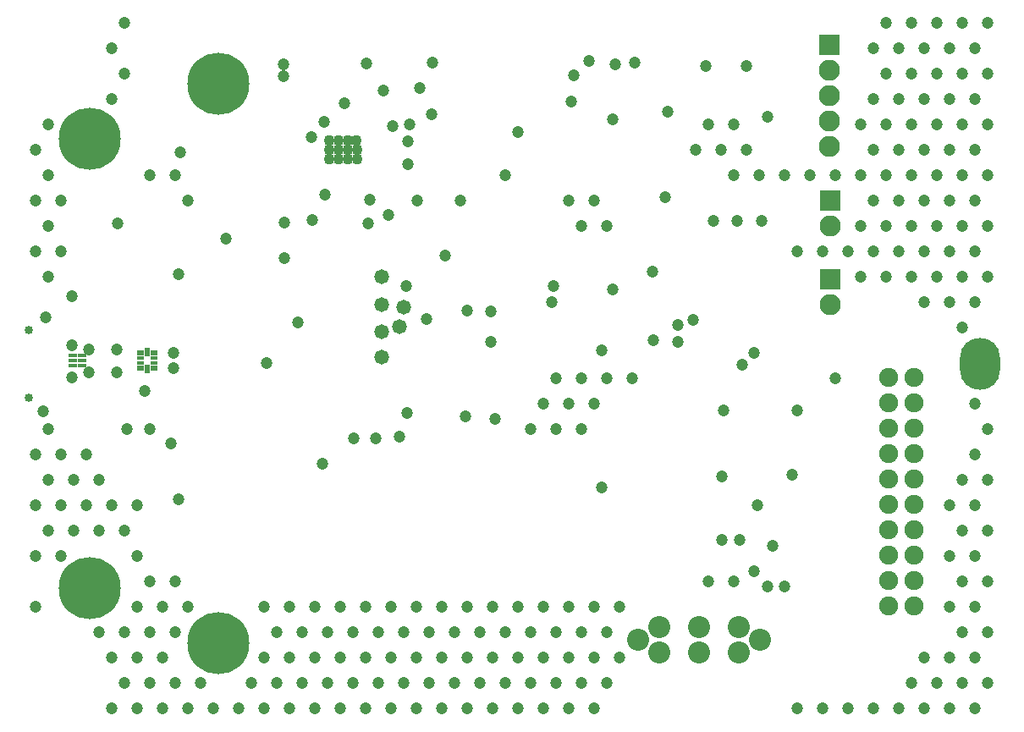
<source format=gbs>
G04*
G04 #@! TF.GenerationSoftware,Altium Limited,Altium Designer,19.1.8 (144)*
G04*
G04 Layer_Color=16711935*
%FSLAX25Y25*%
%MOIN*%
G70*
G01*
G75*
%ADD81R,0.08280X0.08280*%
%ADD82C,0.08280*%
%ADD83C,0.03347*%
%ADD84C,0.07493*%
%ADD85C,0.08674*%
%ADD86C,0.24422*%
%ADD87O,0.15800X0.20485*%
%ADD109R,0.02178X0.03280*%
%ADD110R,0.03084X0.01981*%
%ADD111R,0.03084X0.01784*%
%ADD112R,0.03753X0.01784*%
%ADD113C,0.04737*%
%ADD114C,0.05800*%
%ADD115C,0.04300*%
D81*
X423000Y279000D02*
D03*
Y310000D02*
D03*
X422800Y371500D02*
D03*
D82*
X422980Y269000D02*
D03*
Y300000D02*
D03*
X422800Y331500D02*
D03*
Y341500D02*
D03*
Y351500D02*
D03*
Y361500D02*
D03*
D83*
X107284Y259252D02*
D03*
Y232480D02*
D03*
D84*
X446000Y220500D02*
D03*
Y230500D02*
D03*
X456000Y150500D02*
D03*
Y160500D02*
D03*
Y170500D02*
D03*
Y180500D02*
D03*
Y190500D02*
D03*
Y200500D02*
D03*
Y210500D02*
D03*
Y220500D02*
D03*
Y230500D02*
D03*
Y240500D02*
D03*
X446000Y150500D02*
D03*
Y160500D02*
D03*
Y170500D02*
D03*
Y180500D02*
D03*
Y190500D02*
D03*
Y200500D02*
D03*
Y210500D02*
D03*
Y240500D02*
D03*
D85*
X387008Y132087D02*
D03*
X371260D02*
D03*
X355512D02*
D03*
X387008Y141929D02*
D03*
X371260D02*
D03*
X355512D02*
D03*
X395275Y137008D02*
D03*
X347244D02*
D03*
D86*
X131496Y334449D02*
D03*
X181890Y356102D02*
D03*
X131496Y157283D02*
D03*
X181890Y135630D02*
D03*
D87*
X481890Y245866D02*
D03*
D109*
X154000Y250386D02*
D03*
Y243614D02*
D03*
D110*
X151421Y249953D02*
D03*
Y244047D02*
D03*
X156579D02*
D03*
Y249953D02*
D03*
D111*
X151421Y247984D02*
D03*
Y246016D02*
D03*
X156579D02*
D03*
Y247984D02*
D03*
D112*
X128469Y248969D02*
D03*
Y247000D02*
D03*
Y245031D02*
D03*
X124531D02*
D03*
Y247000D02*
D03*
Y248969D02*
D03*
D113*
X166500Y281000D02*
D03*
X485000Y380000D02*
D03*
X480000Y370000D02*
D03*
X485000Y360000D02*
D03*
X480000Y350000D02*
D03*
X485000Y340000D02*
D03*
X480000Y330000D02*
D03*
X485000Y320000D02*
D03*
X480000Y310000D02*
D03*
X485000Y300000D02*
D03*
X480000Y290000D02*
D03*
X485000Y280000D02*
D03*
X480000Y270000D02*
D03*
Y230000D02*
D03*
X485000Y220000D02*
D03*
X480000Y210000D02*
D03*
X485000Y200000D02*
D03*
X480000Y190000D02*
D03*
X485000Y180000D02*
D03*
X480000Y170000D02*
D03*
X485000Y160000D02*
D03*
X480000Y150000D02*
D03*
X485000Y140000D02*
D03*
X480000Y130000D02*
D03*
X485000Y120000D02*
D03*
X480000Y110000D02*
D03*
X475000Y380000D02*
D03*
X470000Y370000D02*
D03*
X475000Y360000D02*
D03*
X470000Y350000D02*
D03*
X475000Y340000D02*
D03*
X470000Y330000D02*
D03*
X475000Y320000D02*
D03*
X470000Y310000D02*
D03*
X475000Y300000D02*
D03*
X470000Y290000D02*
D03*
X475000Y280000D02*
D03*
X470000Y270000D02*
D03*
X475000Y260000D02*
D03*
Y200000D02*
D03*
X470000Y190000D02*
D03*
X475000Y180000D02*
D03*
X470000Y170000D02*
D03*
X475000Y160000D02*
D03*
X470000Y150000D02*
D03*
X475000Y140000D02*
D03*
X470000Y130000D02*
D03*
X475000Y120000D02*
D03*
X470000Y110000D02*
D03*
X465000Y380000D02*
D03*
X460000Y370000D02*
D03*
X465000Y360000D02*
D03*
X460000Y350000D02*
D03*
X465000Y340000D02*
D03*
X460000Y330000D02*
D03*
X465000Y320000D02*
D03*
X460000Y310000D02*
D03*
X465000Y300000D02*
D03*
X460000Y290000D02*
D03*
X465000Y280000D02*
D03*
X460000Y270000D02*
D03*
Y130000D02*
D03*
X465000Y120000D02*
D03*
X460000Y110000D02*
D03*
X455000Y380000D02*
D03*
X450000Y370000D02*
D03*
X455000Y360000D02*
D03*
X450000Y350000D02*
D03*
X455000Y340000D02*
D03*
X450000Y330000D02*
D03*
X455000Y320000D02*
D03*
X450000Y310000D02*
D03*
X455000Y300000D02*
D03*
X450000Y290000D02*
D03*
X455000Y280000D02*
D03*
Y120000D02*
D03*
X450000Y110000D02*
D03*
X445000Y380000D02*
D03*
X440000Y370000D02*
D03*
X445000Y360000D02*
D03*
X440000Y350000D02*
D03*
X445000Y340000D02*
D03*
X440000Y330000D02*
D03*
X445000Y320000D02*
D03*
X440000Y310000D02*
D03*
X445000Y300000D02*
D03*
X440000Y290000D02*
D03*
X445000Y280000D02*
D03*
X440000Y110000D02*
D03*
X435000Y340000D02*
D03*
Y320000D02*
D03*
Y300000D02*
D03*
X430000Y290000D02*
D03*
X435000Y280000D02*
D03*
X430000Y110000D02*
D03*
X425000Y320000D02*
D03*
X420000Y290000D02*
D03*
X425000Y240000D02*
D03*
X420000Y110000D02*
D03*
X415000Y320000D02*
D03*
X410000Y290000D02*
D03*
Y110000D02*
D03*
X405000Y320000D02*
D03*
X390000Y330000D02*
D03*
X395000Y320000D02*
D03*
X385000Y340000D02*
D03*
X380000Y330000D02*
D03*
X385000Y320000D02*
D03*
Y160000D02*
D03*
X375000Y340000D02*
D03*
X370000Y330000D02*
D03*
X375000Y160000D02*
D03*
X345000Y240000D02*
D03*
X340000Y150000D02*
D03*
Y130000D02*
D03*
X330000Y310000D02*
D03*
X335000Y300000D02*
D03*
Y240000D02*
D03*
X330000Y230000D02*
D03*
Y150000D02*
D03*
X335000Y140000D02*
D03*
X330000Y130000D02*
D03*
X335000Y120000D02*
D03*
X330000Y110000D02*
D03*
X320000Y310000D02*
D03*
X325000Y300000D02*
D03*
Y240000D02*
D03*
X320000Y230000D02*
D03*
X325000Y220000D02*
D03*
X320000Y150000D02*
D03*
X325000Y140000D02*
D03*
X320000Y130000D02*
D03*
X325000Y120000D02*
D03*
X320000Y110000D02*
D03*
X315000Y240000D02*
D03*
X310000Y230000D02*
D03*
X315000Y220000D02*
D03*
X310000Y150000D02*
D03*
X315000Y140000D02*
D03*
X310000Y130000D02*
D03*
X315000Y120000D02*
D03*
X310000Y110000D02*
D03*
X305000Y220000D02*
D03*
X300000Y150000D02*
D03*
X305000Y140000D02*
D03*
X300000Y130000D02*
D03*
X305000Y120000D02*
D03*
X300000Y110000D02*
D03*
X295000Y320000D02*
D03*
X290000Y150000D02*
D03*
X295000Y140000D02*
D03*
X290000Y130000D02*
D03*
X295000Y120000D02*
D03*
X290000Y110000D02*
D03*
X280000Y150000D02*
D03*
X285000Y140000D02*
D03*
X280000Y130000D02*
D03*
X285000Y120000D02*
D03*
X280000Y110000D02*
D03*
X270000Y150000D02*
D03*
X275000Y140000D02*
D03*
X270000Y130000D02*
D03*
X275000Y120000D02*
D03*
X270000Y110000D02*
D03*
X260000Y150000D02*
D03*
X265000Y140000D02*
D03*
X260000Y130000D02*
D03*
X265000Y120000D02*
D03*
X260000Y110000D02*
D03*
X250000Y150000D02*
D03*
X255000Y140000D02*
D03*
X250000Y130000D02*
D03*
X255000Y120000D02*
D03*
X250000Y110000D02*
D03*
X240000Y150000D02*
D03*
X245000Y140000D02*
D03*
X240000Y130000D02*
D03*
X245000Y120000D02*
D03*
X240000Y110000D02*
D03*
X230000Y150000D02*
D03*
X235000Y140000D02*
D03*
X230000Y130000D02*
D03*
X235000Y120000D02*
D03*
X230000Y110000D02*
D03*
X220000Y150000D02*
D03*
X225000Y140000D02*
D03*
X220000Y130000D02*
D03*
X225000Y120000D02*
D03*
X220000Y110000D02*
D03*
X210000Y150000D02*
D03*
X215000Y140000D02*
D03*
X210000Y130000D02*
D03*
X215000Y120000D02*
D03*
X210000Y110000D02*
D03*
X200000Y150000D02*
D03*
X205000Y140000D02*
D03*
X200000Y130000D02*
D03*
X205000Y120000D02*
D03*
X200000Y110000D02*
D03*
X195000Y120000D02*
D03*
X190000Y110000D02*
D03*
X180000D02*
D03*
X170000Y310000D02*
D03*
Y150000D02*
D03*
X175000Y120000D02*
D03*
X170000Y110000D02*
D03*
X165000Y320000D02*
D03*
Y160000D02*
D03*
X160000Y150000D02*
D03*
X165000Y140000D02*
D03*
X160000Y130000D02*
D03*
X165000Y120000D02*
D03*
X160000Y110000D02*
D03*
X155000Y320000D02*
D03*
Y220000D02*
D03*
X150000Y190000D02*
D03*
Y170000D02*
D03*
X155000Y160000D02*
D03*
X150000Y150000D02*
D03*
X155000Y140000D02*
D03*
X150000Y130000D02*
D03*
X155000Y120000D02*
D03*
X150000Y110000D02*
D03*
X145000Y380000D02*
D03*
X140000Y370000D02*
D03*
X145000Y360000D02*
D03*
X140000Y350000D02*
D03*
Y190000D02*
D03*
X145000Y180000D02*
D03*
Y140000D02*
D03*
X140000Y130000D02*
D03*
X145000Y120000D02*
D03*
X140000Y110000D02*
D03*
X130000Y210000D02*
D03*
X135000Y200000D02*
D03*
X130000Y190000D02*
D03*
X135000Y180000D02*
D03*
Y140000D02*
D03*
X120000Y310000D02*
D03*
Y290000D02*
D03*
Y210000D02*
D03*
X125000Y200000D02*
D03*
X120000Y190000D02*
D03*
X125000Y180000D02*
D03*
X120000Y170000D02*
D03*
X115000Y340000D02*
D03*
X110000Y330000D02*
D03*
X115000Y320000D02*
D03*
X110000Y310000D02*
D03*
X115000Y300000D02*
D03*
X110000Y290000D02*
D03*
X115000Y280000D02*
D03*
Y220000D02*
D03*
X110000Y210000D02*
D03*
X115000Y200000D02*
D03*
X110000Y190000D02*
D03*
X115000Y180000D02*
D03*
X110000Y170000D02*
D03*
Y150000D02*
D03*
X369000Y263000D02*
D03*
X363000Y261000D02*
D03*
Y254500D02*
D03*
X314000Y276500D02*
D03*
X313500Y270000D02*
D03*
X396000Y302000D02*
D03*
X386500D02*
D03*
X377000D02*
D03*
X359000Y345000D02*
D03*
X358000Y311500D02*
D03*
X353000Y282000D02*
D03*
X346000Y364500D02*
D03*
X338500Y363603D02*
D03*
X337500Y342000D02*
D03*
X300000Y337000D02*
D03*
X266500Y364500D02*
D03*
X261500Y354500D02*
D03*
X266000Y344000D02*
D03*
X247000Y353500D02*
D03*
X388500Y245500D02*
D03*
X393000Y250000D02*
D03*
X271500Y288500D02*
D03*
X408000Y202000D02*
D03*
X380500Y201500D02*
D03*
X201000Y246000D02*
D03*
X333000Y197000D02*
D03*
X337500Y275000D02*
D03*
X280000Y266750D02*
D03*
X289500Y266500D02*
D03*
Y254500D02*
D03*
X353500Y255000D02*
D03*
X333000Y251000D02*
D03*
X114000Y264000D02*
D03*
X167000Y329000D02*
D03*
X113000Y227000D02*
D03*
X291000Y224000D02*
D03*
X279500Y225000D02*
D03*
X256500Y226500D02*
D03*
X253500Y217000D02*
D03*
X235500Y216500D02*
D03*
X244000D02*
D03*
X224000Y312500D02*
D03*
X208000Y301500D02*
D03*
Y287500D02*
D03*
X387500Y176500D02*
D03*
X380500D02*
D03*
X219000Y302500D02*
D03*
X241000Y301000D02*
D03*
X249000Y304500D02*
D03*
X277500Y310000D02*
D03*
X260500D02*
D03*
X257500Y340000D02*
D03*
X185000Y295000D02*
D03*
X213500Y262000D02*
D03*
X142500Y301000D02*
D03*
X240500Y364000D02*
D03*
X231800Y348468D02*
D03*
X207526Y359226D02*
D03*
Y363726D02*
D03*
X124500Y272500D02*
D03*
X218800Y335000D02*
D03*
X256000Y276500D02*
D03*
X264000Y263500D02*
D03*
X223000Y206500D02*
D03*
X256800Y324500D02*
D03*
Y333500D02*
D03*
X250800Y339500D02*
D03*
X241800Y310500D02*
D03*
X223800Y341000D02*
D03*
X381000Y227500D02*
D03*
X410000D02*
D03*
X163500Y214500D02*
D03*
X321000Y349000D02*
D03*
X322000Y359500D02*
D03*
X328000Y365000D02*
D03*
X153000Y235000D02*
D03*
X166500Y192500D02*
D03*
X146000Y220000D02*
D03*
X374152Y363000D02*
D03*
X390000Y363000D02*
D03*
X398500Y343000D02*
D03*
X164500Y244000D02*
D03*
Y250000D02*
D03*
X124500Y240500D02*
D03*
Y253000D02*
D03*
X142000Y251500D02*
D03*
Y242500D02*
D03*
X131000D02*
D03*
Y251500D02*
D03*
X393000Y164000D02*
D03*
X398500Y158000D02*
D03*
X400500Y174000D02*
D03*
X394500Y190000D02*
D03*
X405000Y158000D02*
D03*
D114*
X255000Y267953D02*
D03*
X246500Y280000D02*
D03*
Y258500D02*
D03*
Y269000D02*
D03*
Y248500D02*
D03*
X253500Y260500D02*
D03*
D115*
X229300Y333600D02*
D03*
X233000D02*
D03*
X236600Y326500D02*
D03*
X233000D02*
D03*
X229300D02*
D03*
X225700D02*
D03*
X236600Y330000D02*
D03*
X233000D02*
D03*
X229300D02*
D03*
X225700D02*
D03*
X236500Y333600D02*
D03*
X225700D02*
D03*
M02*

</source>
